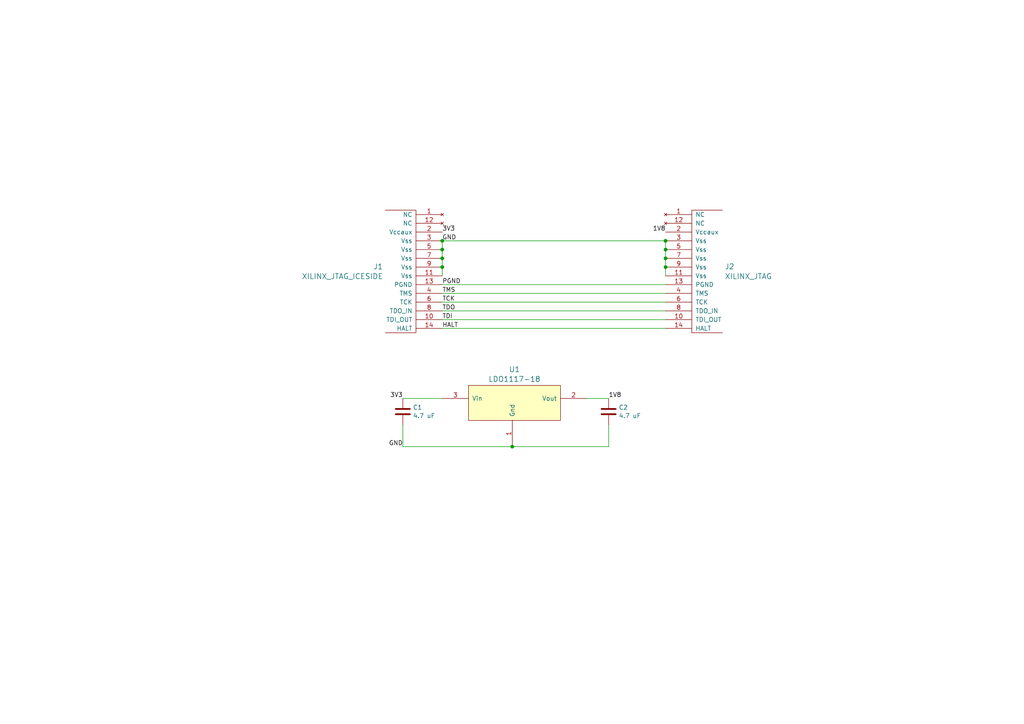
<source format=kicad_sch>
(kicad_sch (version 20231120) (generator "eeschema") (generator_version "8.0")
  (paper "A4")
  (lib_symbols
    (symbol "device:C" (pin_numbers hide) (pin_names (offset 0.254))
      (property "Reference" "C" (at 0.635 2.54 0))
      (property "Value" "C" (at 0.635 -2.54 0))
      (symbol "C_0_1"
        (polyline (pts (xy -2.032 -0.762) (xy 2.032 -0.762)) (stroke (width 0.508)))
        (polyline (pts (xy -2.032 0.762) (xy 2.032 0.762)) (stroke (width 0.508)))
      )
      (symbol "C_1_1"
        (pin passive line (at 0 3.81 270) (length 2.794) (name "~") (number "1"))
        (pin passive line (at 0 -3.81 90) (length 2.794) (name "~") (number "2"))
      )
    )
    (symbol "passive-azonenberg:LDO1117-XX" (pin_names (offset 1.016))
      (property "Reference" "U?" (at 1.27 0 0))
      (property "Value" "LDO1117-XX" (at 1.27 -2.54 0))
      (symbol "LDO1117-XX_0_1"
        (rectangle (start -11.43 1.27) (end 15.24 -8.89) (fill (type background)))
      )
      (symbol "LDO1117-XX_1_1"
        (pin power_in line (at 1.27 -16.51 90) (length 7.62) (name "Gnd") (number "1"))
        (pin power_out line (at 22.86 -2.54 180) (length 7.62) (name "Vout") (number "2"))
        (pin power_in line (at -19.05 -2.54 0) (length 7.62) (name "Vin") (number "3"))
      )
    )
    (symbol "xilinx-azonenberg:XILINX_JTAG" (pin_names (offset 1.016))
      (property "Reference" "J" (at 12.7 39.37 0))
      (property "Value" "XILINX_JTAG" (at 12.7 36.83 0))
      (symbol "XILINX_JTAG_0_1"
        (polyline (pts (xy 16.51 -1.27) (xy 7.62 -1.27) (xy 7.62 34.29) (xy 16.51 34.29)))
      )
      (symbol "XILINX_JTAG_1_1"
        (pin no_connect line (at 0 33.02 0) (length 7.62) (name "NC") (number "1"))
        (pin output line (at 0 2.54 0) (length 7.62) (name "TDI_OUT") (number "10"))
        (pin power_in line (at 0 15.24 0) (length 7.62) (name "Vss") (number "11"))
        (pin no_connect line (at 0 30.48 0) (length 7.62) (name "NC") (number "12"))
        (pin bidirectional line (at 0 12.7 0) (length 7.62) (name "PGND") (number "13"))
        (pin output line (at 0 0 0) (length 7.62) (name "HALT") (number "14"))
        (pin power_in line (at 0 27.94 0) (length 7.62) (name "Vccaux") (number "2"))
        (pin power_in line (at 0 25.4 0) (length 7.62) (name "Vss") (number "3"))
        (pin output line (at 0 10.16 0) (length 7.62) (name "TMS") (number "4"))
        (pin power_in line (at 0 22.86 0) (length 7.62) (name "Vss") (number "5"))
        (pin output line (at 0 7.62 0) (length 7.62) (name "TCK") (number "6"))
        (pin power_in line (at 0 20.32 0) (length 7.62) (name "Vss") (number "7"))
        (pin input line (at 0 5.08 0) (length 7.62) (name "TDO_IN") (number "8"))
        (pin power_in line (at 0 17.78 0) (length 7.62) (name "Vss") (number "9"))
      )
    )
    (symbol "xilinx-azonenberg:XILINX_JTAG_ICESIDE" (pin_names (offset 1.016))
      (property "Reference" "J" (at 12.7 39.37 0))
      (property "Value" "XILINX_JTAG_ICESIDE" (at 12.7 36.83 0))
      (symbol "XILINX_JTAG_ICESIDE_0_1"
        (polyline (pts (xy 16.51 -1.27) (xy 7.62 -1.27) (xy 7.62 34.29) (xy 16.51 34.29)))
      )
      (symbol "XILINX_JTAG_ICESIDE_1_1"
        (pin no_connect line (at 0 33.02 0) (length 7.62) (name "NC") (number "1"))
        (pin input line (at 0 2.54 0) (length 7.62) (name "TDI_OUT") (number "10"))
        (pin power_in line (at 0 15.24 0) (length 7.62) (name "Vss") (number "11"))
        (pin no_connect line (at 0 30.48 0) (length 7.62) (name "NC") (number "12"))
        (pin bidirectional line (at 0 12.7 0) (length 7.62) (name "PGND") (number "13"))
        (pin bidirectional line (at 0 0 0) (length 7.62) (name "HALT") (number "14"))
        (pin power_out line (at 0 27.94 0) (length 7.62) (name "Vccaux") (number "2"))
        (pin power_in line (at 0 25.4 0) (length 7.62) (name "Vss") (number "3"))
        (pin input line (at 0 10.16 0) (length 7.62) (name "TMS") (number "4"))
        (pin power_in line (at 0 22.86 0) (length 7.62) (name "Vss") (number "5"))
        (pin input line (at 0 7.62 0) (length 7.62) (name "TCK") (number "6"))
        (pin power_in line (at 0 20.32 0) (length 7.62) (name "Vss") (number "7"))
        (pin output line (at 0 5.08 0) (length 7.62) (name "TDO_IN") (number "8"))
        (pin power_in line (at 0 17.78 0) (length 7.62) (name "Vss") (number "9"))
      )
    )
  )
  (junction (at 128.27 74.93))
  (junction (at 193.04 72.39))
  (junction (at 193.04 74.93))
  (junction (at 148.59 129.54))
  (junction (at 193.04 77.47))
  (junction (at 128.27 69.85))
  (junction (at 128.27 77.47))
  (junction (at 193.04 69.85))
  (junction (at 128.27 72.39))
  (wire (pts (xy 128.27 95.25) (xy 193.04 95.25)))
  (wire (pts (xy 128.27 74.93) (xy 128.27 77.47)))
  (wire (pts (xy 148.59 129.54) (xy 116.84 129.54)))
  (wire (pts (xy 193.04 72.39) (xy 193.04 74.93)))
  (wire (pts (xy 128.27 77.47) (xy 128.27 80.01)))
  (wire (pts (xy 128.27 72.39) (xy 128.27 74.93)))
  (wire (pts (xy 193.04 74.93) (xy 193.04 77.47)))
  (wire (pts (xy 128.27 90.17) (xy 193.04 90.17)))
  (wire (pts (xy 193.04 69.85) (xy 193.04 72.39)))
  (wire (pts (xy 128.27 87.63) (xy 193.04 87.63)))
  (wire (pts (xy 176.53 123.19) (xy 176.53 129.54)))
  (wire (pts (xy 170.18 115.57) (xy 176.53 115.57)))
  (wire (pts (xy 193.04 77.47) (xy 193.04 80.01)))
  (wire (pts (xy 176.53 129.54) (xy 148.59 129.54)))
  (wire (pts (xy 128.27 85.09) (xy 193.04 85.09)))
  (wire (pts (xy 116.84 129.54) (xy 116.84 123.19)))
  (wire (pts (xy 116.84 115.57) (xy 128.27 115.57)))
  (wire (pts (xy 128.27 82.55) (xy 193.04 82.55)))
  (wire (pts (xy 193.04 69.85) (xy 128.27 69.85)))
  (wire (pts (xy 128.27 69.85) (xy 128.27 72.39)))
  (wire (pts (xy 128.27 92.71) (xy 193.04 92.71)))
  (label "GND" (at 116.84 129.54 180))
  (label "PGND" (at 128.27 82.55 0))
  (label "HALT" (at 128.27 95.25 0))
  (label "TDI" (at 128.27 92.71 0))
  (label "3V3" (at 128.27 67.31 0))
  (label "3V3" (at 116.84 115.57 180))
  (label "1V8" (at 193.04 67.31 180))
  (label "1V8" (at 176.53 115.57 0))
  (label "TCK" (at 128.27 87.63 0))
  (label "TMS" (at 128.27 85.09 0))
  (label "GND" (at 128.27 69.85 0))
  (label "TDO" (at 128.27 90.17 0))
  (symbol (lib_id "device:C") (at 116.84 119.38 0) (unit 1)
    (property "Reference" "C1" (at 119.761 118.1678 0) (effects (justify left)))
    (property "Value" "4.7 uF" (at 119.761 120.5921 0) (effects (justify left)))
    (property "Footprint" "azonenberg_pcb:EIA_0603_CAP_NOSILK" (effects (hide yes)))
    (property "Description" "Unpolarized capacitor" (effects (hide yes)))
  )
  (symbol (lib_id "passive-azonenberg:LDO1117-XX") (at 147.32 113.03 0) (unit 1)
    (property "Reference" "U1" (at 149.225 107.1296 0) (effects (font (size 1.524 1.524))))
    (property "Value" "LDO1117-18" (at 149.225 109.9625 0) (effects (font (size 1.524 1.524))))
    (property "Footprint" "azonenberg_pcb:SOT223-4" (effects (hide yes)))
  )
  (symbol (lib_id "device:C") (at 176.53 119.38 0) (unit 1)
    (property "Reference" "C2" (at 179.451 118.1678 0) (effects (justify left)))
    (property "Value" "4.7 uF" (at 179.451 120.5921 0) (effects (justify left)))
    (property "Footprint" "azonenberg_pcb:EIA_0603_CAP_NOSILK" (effects (hide yes)))
    (property "Description" "Unpolarized capacitor" (effects (hide yes)))
  )
  (symbol (lib_id "xilinx-azonenberg:XILINX_JTAG") (at 193.04 95.25 0) (unit 1)
    (property "Reference" "J2" (at 210.185 77.3235 0) (effects (font (size 1.524 1.524)) (justify left)))
    (property "Value" "XILINX_JTAG" (at 210.185 80.1564 0) (effects (font (size 1.524 1.524)) (justify left)))
    (property "Footprint" "azonenberg_pcb:XILINX_JTAG_PTH_MOLEX_0878311420" (effects (hide yes)))
  )
  (symbol (lib_id "xilinx-azonenberg:XILINX_JTAG_ICESIDE") (at 128.27 95.25 0) (mirror y) (unit 1)
    (property "Reference" "J1" (at 111.125 77.3235 0) (effects (font (size 1.524 1.524)) (justify left)))
    (property "Value" "XILINX_JTAG_ICESIDE" (at 111.125 80.1564 0) (effects (font (size 1.524 1.524)) (justify left)))
    (property "Footprint" "azonenberg_pcb:XILINX_JTAG_PTH_MOLEX_0878311420" (effects (hide yes)))
  )
)
</source>
